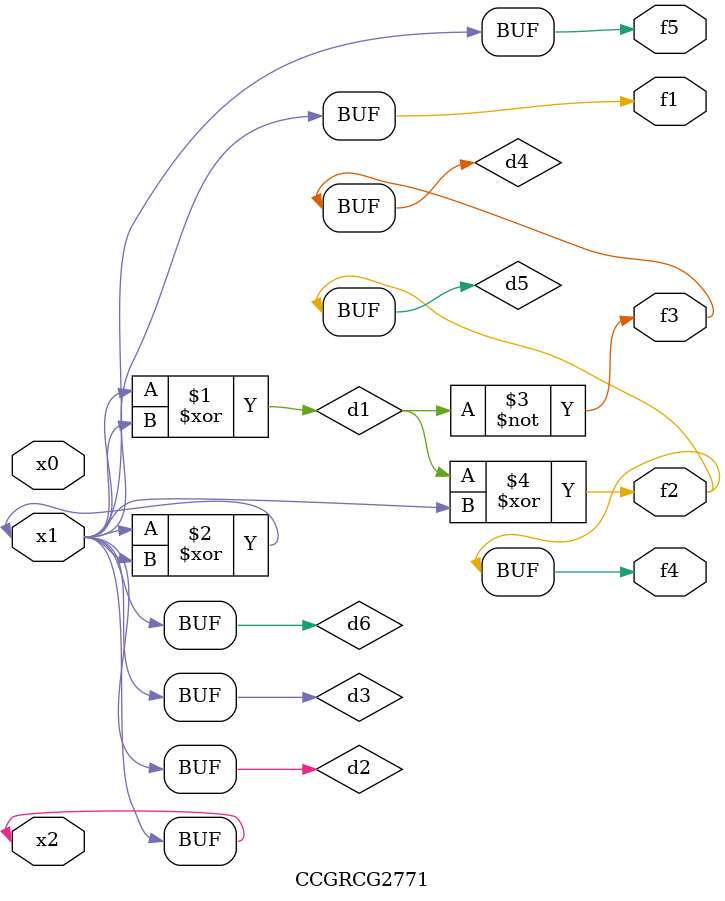
<source format=v>
module CCGRCG2771(
	input x0, x1, x2,
	output f1, f2, f3, f4, f5
);

	wire d1, d2, d3, d4, d5, d6;

	xor (d1, x1, x2);
	buf (d2, x1, x2);
	xor (d3, x1, x2);
	nor (d4, d1);
	xor (d5, d1, d2);
	buf (d6, d2, d3);
	assign f1 = d6;
	assign f2 = d5;
	assign f3 = d4;
	assign f4 = d5;
	assign f5 = d6;
endmodule

</source>
